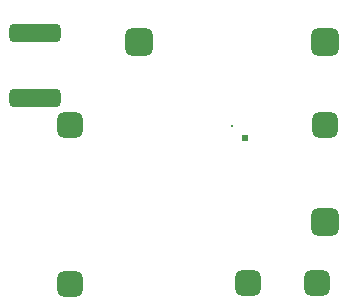
<source format=gbs>
G04 Layer_Color=16711935*
%FSLAX44Y44*%
%MOMM*%
G71*
G01*
G75*
G04:AMPARAMS|DCode=32|XSize=4.4032mm|YSize=1.6032mm|CornerRadius=0.4516mm|HoleSize=0mm|Usage=FLASHONLY|Rotation=0.000|XOffset=0mm|YOffset=0mm|HoleType=Round|Shape=RoundedRectangle|*
%AMROUNDEDRECTD32*
21,1,4.4032,0.7000,0,0,0.0*
21,1,3.5000,1.6032,0,0,0.0*
1,1,0.9032,1.7500,-0.3500*
1,1,0.9032,-1.7500,-0.3500*
1,1,0.9032,-1.7500,0.3500*
1,1,0.9032,1.7500,0.3500*
%
%ADD32ROUNDEDRECTD32*%
%ADD36C,0.2032*%
G04:AMPARAMS|DCode=37|XSize=2.4032mm|YSize=2.4032mm|CornerRadius=0.6516mm|HoleSize=0mm|Usage=FLASHONLY|Rotation=0.000|XOffset=0mm|YOffset=0mm|HoleType=Round|Shape=RoundedRectangle|*
%AMROUNDEDRECTD37*
21,1,2.4032,1.1000,0,0,0.0*
21,1,1.1000,2.4032,0,0,0.0*
1,1,1.3032,0.5500,-0.5500*
1,1,1.3032,-0.5500,-0.5500*
1,1,1.3032,-0.5500,0.5500*
1,1,1.3032,0.5500,0.5500*
%
%ADD37ROUNDEDRECTD37*%
G04:AMPARAMS|DCode=38|XSize=2.4032mm|YSize=2.4032mm|CornerRadius=0.6516mm|HoleSize=0mm|Usage=FLASHONLY|Rotation=270.000|XOffset=0mm|YOffset=0mm|HoleType=Round|Shape=RoundedRectangle|*
%AMROUNDEDRECTD38*
21,1,2.4032,1.1000,0,0,270.0*
21,1,1.1000,2.4032,0,0,270.0*
1,1,1.3032,-0.5500,-0.5500*
1,1,1.3032,-0.5500,0.5500*
1,1,1.3032,0.5500,0.5500*
1,1,1.3032,0.5500,-0.5500*
%
%ADD38ROUNDEDRECTD38*%
G04:AMPARAMS|DCode=39|XSize=2.2032mm|YSize=2.2032mm|CornerRadius=0.6016mm|HoleSize=0mm|Usage=FLASHONLY|Rotation=0.000|XOffset=0mm|YOffset=0mm|HoleType=Round|Shape=RoundedRectangle|*
%AMROUNDEDRECTD39*
21,1,2.2032,1.0000,0,0,0.0*
21,1,1.0000,2.2032,0,0,0.0*
1,1,1.2032,0.5000,-0.5000*
1,1,1.2032,-0.5000,-0.5000*
1,1,1.2032,-0.5000,0.5000*
1,1,1.2032,0.5000,0.5000*
%
%ADD39ROUNDEDRECTD39*%
G04:AMPARAMS|DCode=40|XSize=2.2032mm|YSize=2.2032mm|CornerRadius=0.6016mm|HoleSize=0mm|Usage=FLASHONLY|Rotation=270.000|XOffset=0mm|YOffset=0mm|HoleType=Round|Shape=RoundedRectangle|*
%AMROUNDEDRECTD40*
21,1,2.2032,1.0000,0,0,270.0*
21,1,1.0000,2.2032,0,0,270.0*
1,1,1.2032,-0.5000,-0.5000*
1,1,1.2032,-0.5000,0.5000*
1,1,1.2032,0.5000,0.5000*
1,1,1.2032,0.5000,-0.5000*
%
%ADD40ROUNDEDRECTD40*%
%ADD41C,1.4732*%
%ADD42C,0.6032*%
D32*
X21000Y263500D02*
D03*
Y208500D02*
D03*
D36*
X188000Y185000D02*
D03*
D37*
X267000Y104000D02*
D03*
D38*
Y256500D02*
D03*
X109000D02*
D03*
D39*
X267000Y185990D02*
D03*
X260000Y52000D02*
D03*
X51000Y186000D02*
D03*
X201500Y52000D02*
D03*
D40*
X51000Y51000D02*
D03*
D41*
X21000Y208500D02*
D03*
Y263500D02*
D03*
D42*
X199000Y175000D02*
D03*
M02*

</source>
